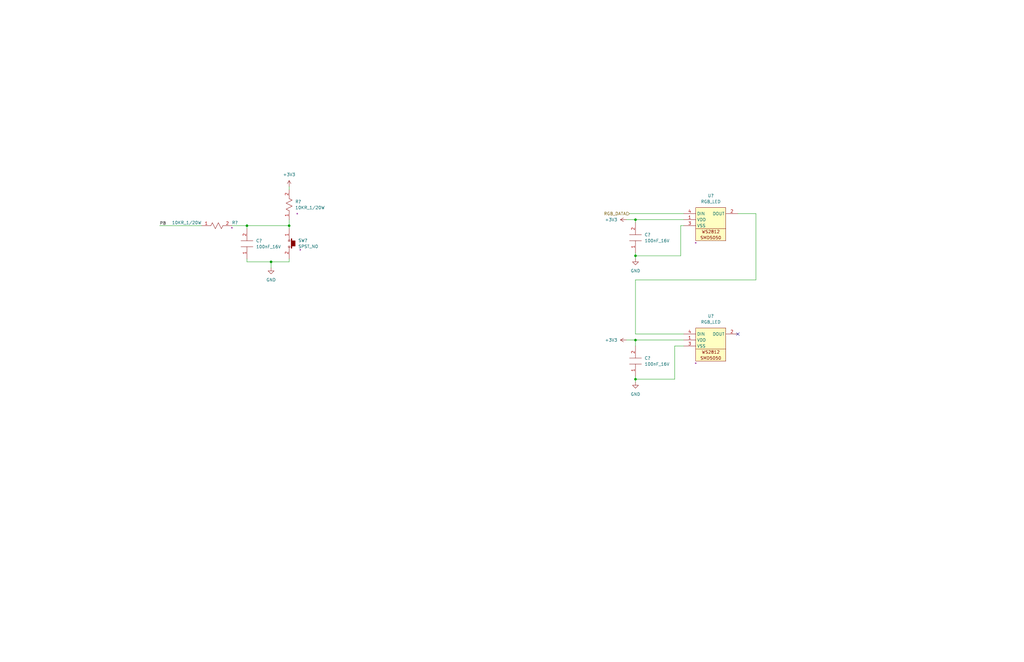
<source format=kicad_sch>
(kicad_sch (version 20211123) (generator eeschema)
  (paper "B")
  (lib_symbols
    (symbol "SmartSwitch:100nF_16V"
      (property "Reference" "C" (at 16.51 1.27 0))
      (property "Value" "100nF_16V" (at -6.35 1.27 0))
      (symbol "100nF_16V_0_0"
        (polyline (pts (xy 5.08 2.54) (xy 5.08 -2.54)))
        (polyline (pts (xy 7.62 2.54) (xy 7.62 -2.54)))
      )
      (symbol "100nF_16V_1_1"
        (pin passive line (at 0 0 0) (length 5.08) (name "") (number "1"))
        (pin passive line (at 12.7 0 180) (length 5.08) (name "") (number "2"))
      )
    )
    (symbol "SmartSwitch:10KR_1{slash}20W"
      (property "Reference" "R" (at 0.762 5.842 0))
      (property "Value" "10KR_1{slash}20W" (at 5.588 4.064 0))
      (property "SCH CHECK" "*" (at 1.27 16.51 0))
      (symbol "10KR_1{slash}20W_0_1"
        (polyline (pts (xy 3.81 0) (xy 4.445 1.27) (xy 5.715 -1.27) (xy 6.985 1.27) (xy 8.255 -1.27) (xy 8.89 0)))
      )
      (symbol "10KR_1{slash}20W_1_1"
        (pin passive line (at 0 0 0) (length 3.81) (name "") (number "1"))
        (pin passive line (at 12.7 0 180) (length 3.81) (name "") (number "2"))
      )
    )
    (symbol "SmartSwitch:RGB_LED"
      (property "Reference" "U" (at 1.27 1.27 0))
      (property "Value" "RGB_LED" (at 3.81 3.81 0))
      (property "SCH CHECK" "*" (at 0.635 15.24 0))
      (symbol "RGB_LED_0_0"
        (text "SMD5050" (at 6.35 -12.7 0) (effects (font (size 1.27 1.27))))
        (text "WS2812" (at 6.35 -10.16 0) (effects (font (size 1.27 1.27))))
      )
      (symbol "RGB_LED_0_1"
        (polyline (pts (xy 0 -8.89) (xy 12.7 -8.89)))
        (rectangle (start 0 0) (end 12.7 -13.97) (fill (type background)))
      )
      (symbol "RGB_LED_1_1"
        (pin passive line (at -5.08 -5.08 0) (length 5.08) (name "VDD") (number "1"))
        (pin output line (at 17.78 -2.54 180) (length 5.08) (name "DOUT") (number "2"))
        (pin passive line (at -5.08 -7.62 0) (length 5.08) (name "VSS") (number "3"))
        (pin input line (at -5.08 -2.54 0) (length 5.08) (name "DIN") (number "4"))
      )
    )
    (symbol "SmartSwitch:SPST_NO"
      (property "Reference" "SW" (at 1.905 8.255 0))
      (property "Value" "SPST_NO" (at 4.445 5.715 0))
      (property "SCH CHECK" "*" (at 0.635 17.78 0))
      (symbol "SPST_NO_0_1"
        (polyline (pts (xy 4.318 1.016) (xy 8.128 1.016)) (stroke (width 0.508)))
        (circle (center 5.08 0) (radius 0.3586))
        (rectangle (start 5.08 2.54) (end 7.366 1.27) (fill (type outline)))
        (circle (center 7.62 0) (radius 0.3586))
      )
      (symbol "SPST_NO_1_1"
        (pin passive line (at 0 0 0) (length 5.08) (name "") (number "1"))
        (pin passive line (at 12.7 0 180) (length 5.08) (name "") (number "2"))
      )
    )
    (symbol "power:+3V3" (power) (pin_names (offset 0))
      (property "Value" "+3V3" (at 0 3.556 0))
      (symbol "+3V3_0_1"
        (polyline (pts (xy -0.762 1.27) (xy 0 2.54)))
        (polyline (pts (xy 0 0) (xy 0 2.54)))
        (polyline (pts (xy 0 2.54) (xy 0.762 1.27)))
      )
      (symbol "+3V3_1_1"
        (pin power_in line (at 0 0 90) (length 0) hide (name "+3V3") (number "1"))
      )
    )
    (symbol "power:GND" (power) (pin_names (offset 0))
      (property "Value" "GND" (at 0 -3.81 0))
      (symbol "GND_0_1"
        (polyline (pts (xy 0 0) (xy 0 -1.27) (xy 1.27 -1.27) (xy 0 -2.54) (xy -1.27 -1.27) (xy 0 -1.27)))
      )
      (symbol "GND_1_1"
        (pin power_in line (at 0 0 270) (length 0) hide (name "GND") (number "1"))
      )
    )
  )
  (junction (at 267.97 107.95))
  (junction (at 114.3 110.49))
  (junction (at 267.97 143.51))
  (junction (at 267.97 160.02))
  (junction (at 267.97 92.71))
  (junction (at 104.14 95.25))
  (junction (at 121.92 95.25))
  (no_connect (at 311.15 140.97))
  (wire (pts (xy 284.48 160.02) (xy 267.97 160.02)))
  (wire (pts (xy 318.77 118.11) (xy 267.97 118.11)))
  (wire (pts (xy 121.92 78.74) (xy 121.92 80.01)))
  (wire (pts (xy 121.92 95.25) (xy 121.92 96.52)))
  (wire (pts (xy 287.02 107.95) (xy 267.97 107.95)))
  (wire (pts (xy 318.77 90.17) (xy 318.77 118.11)))
  (wire (pts (xy 267.97 107.95) (xy 267.97 106.68)))
  (wire (pts (xy 288.29 146.05) (xy 284.48 146.05)))
  (wire (pts (xy 121.92 92.71) (xy 121.92 95.25)))
  (wire (pts (xy 267.97 160.02) (xy 267.97 158.75)))
  (wire (pts (xy 104.14 95.25) (xy 121.92 95.25)))
  (wire (pts (xy 267.97 140.97) (xy 288.29 140.97)))
  (wire (pts (xy 97.79 95.25) (xy 104.14 95.25)))
  (wire (pts (xy 288.29 92.71) (xy 267.97 92.71)))
  (wire (pts (xy 264.16 143.51) (xy 267.97 143.51)))
  (wire (pts (xy 265.43 90.17) (xy 288.29 90.17)))
  (wire (pts (xy 264.16 92.71) (xy 267.97 92.71)))
  (wire (pts (xy 284.48 146.05) (xy 284.48 160.02)))
  (wire (pts (xy 114.3 110.49) (xy 114.3 113.03)))
  (wire (pts (xy 267.97 146.05) (xy 267.97 143.51)))
  (wire (pts (xy 104.14 109.22) (xy 104.14 110.49)))
  (wire (pts (xy 267.97 107.95) (xy 267.97 109.22)))
  (wire (pts (xy 104.14 95.25) (xy 104.14 96.52)))
  (wire (pts (xy 287.02 95.25) (xy 287.02 107.95)))
  (wire (pts (xy 311.15 90.17) (xy 318.77 90.17)))
  (wire (pts (xy 288.29 95.25) (xy 287.02 95.25)))
  (wire (pts (xy 67.31 95.25) (xy 85.09 95.25)))
  (wire (pts (xy 267.97 160.02) (xy 267.97 161.29)))
  (wire (pts (xy 267.97 92.71) (xy 267.97 93.98)))
  (wire (pts (xy 267.97 118.11) (xy 267.97 140.97)))
  (wire (pts (xy 114.3 110.49) (xy 121.92 110.49)))
  (wire (pts (xy 121.92 110.49) (xy 121.92 109.22)))
  (wire (pts (xy 104.14 110.49) (xy 114.3 110.49)))
  (wire (pts (xy 267.97 143.51) (xy 288.29 143.51)))
  (label "PB" (at 67.31 95.25 0))
  (hierarchical_label "RGB_DATA" (shape input) (at 265.43 90.17 180))
  (symbol (lib_id "SmartSwitch:100nF_16V") (at 104.14 109.22 90) (unit 1)
    (property "Reference" "C?" (at 107.95 101.5999 90) (effects (justify right)))
    (property "Value" "100nF_16V" (at 107.95 104.1399 90) (effects (justify right)))
    (property "Footprint" "Capacitor_SMD:C_0402_1005Metric" (effects hide))
    (property "Datasheet" "https://connect.kemet.com:7667/gateway/IntelliData-ComponentDocumentation/1.0/download/datasheet/C0402C104K4RAC7411" (effects hide))
    (property "Description" "CAP CER 0.1UF 16V X7R 0402" (effects hide))
  )
  (symbol (lib_id "power:+3V3") (at 264.16 92.71 90) (unit 1)
    (property "Reference" "#PWR?" (effects hide))
    (property "Value" "+3V3" (at 260.35 92.7099 90) (effects (justify left)))
  )
  (symbol (lib_id "SmartSwitch:100nF_16V") (at 267.97 106.68 90) (unit 1)
    (property "Reference" "C?" (at 271.78 99.0599 90) (effects (justify right)))
    (property "Value" "100nF_16V" (at 271.78 101.5999 90) (effects (justify right)))
    (property "Footprint" "Capacitor_SMD:C_0402_1005Metric" (effects hide))
    (property "Datasheet" "https://connect.kemet.com:7667/gateway/IntelliData-ComponentDocumentation/1.0/download/datasheet/C0402C104K4RAC7411" (effects hide))
    (property "Description" "CAP CER 0.1UF 16V X7R 0402" (effects hide))
  )
  (symbol (lib_id "power:GND") (at 114.3 113.03 0) (unit 1)
    (property "Reference" "#PWR?" (effects hide))
    (property "Value" "GND" (at 114.3 118.11 0))
  )
  (symbol (lib_id "power:GND") (at 267.97 109.22 0) (unit 1)
    (property "Reference" "#PWR?" (effects hide))
    (property "Value" "GND" (at 267.97 114.3 0))
  )
  (symbol (lib_id "SmartSwitch:RGB_LED") (at 293.37 138.43 0) (unit 1)
    (property "Reference" "U?" (at 299.72 133.35 0))
    (property "Value" "RGB_LED" (at 299.72 135.89 0))
    (property "Footprint" "LED_SMD:LED_WS2812B_PLCC4_5.0x5.0mm_P3.2mm" (effects hide))
    (property "Datasheet" "http://cdn.sparkfun.com/datasheets/BreakoutBoards/WS2812B.pdf" (effects hide))
    (property "Description" "ADDRESS LED RED/GRN/BLUE" (effects hide))
    (property "SCH CHECK" "*" (at 293.37 153.67 0))
  )
  (symbol (lib_id "SmartSwitch:100nF_16V") (at 267.97 158.75 90) (unit 1)
    (property "Reference" "C?" (at 271.78 151.1299 90) (effects (justify right)))
    (property "Value" "100nF_16V" (at 271.78 153.6699 90) (effects (justify right)))
    (property "Footprint" "Capacitor_SMD:C_0402_1005Metric" (effects hide))
    (property "Datasheet" "https://connect.kemet.com:7667/gateway/IntelliData-ComponentDocumentation/1.0/download/datasheet/C0402C104K4RAC7411" (effects hide))
    (property "Description" "CAP CER 0.1UF 16V X7R 0402" (effects hide))
  )
  (symbol (lib_id "SmartSwitch:RGB_LED") (at 293.37 87.63 0) (unit 1)
    (property "Reference" "U?" (at 299.72 82.55 0))
    (property "Value" "RGB_LED" (at 299.72 85.09 0))
    (property "Footprint" "LED_SMD:LED_WS2812B_PLCC4_5.0x5.0mm_P3.2mm" (effects hide))
    (property "Datasheet" "http://cdn.sparkfun.com/datasheets/BreakoutBoards/WS2812B.pdf" (effects hide))
    (property "Description" "ADDRESS LED RED/GRN/BLUE" (effects hide))
    (property "SCH CHECK" "*" (at 293.37 102.87 0))
  )
  (symbol (lib_id "power:+3V3") (at 121.92 78.74 0) (unit 1)
    (property "Reference" "#PWR?" (effects hide))
    (property "Value" "+3V3" (at 121.92 73.66 0))
  )
  (symbol (lib_id "power:+3V3") (at 264.16 143.51 90) (unit 1)
    (property "Reference" "#PWR?" (effects hide))
    (property "Value" "+3V3" (at 260.35 143.5099 90) (effects (justify left)))
  )
  (symbol (lib_id "SmartSwitch:10KR_1{slash}20W") (at 121.92 92.71 90) (unit 1)
    (property "Reference" "R?" (at 124.46 85.0899 90) (effects (justify right)))
    (property "Value" "10KR_1/20W" (at 124.46 87.6299 90) (effects (justify right)))
    (property "Footprint" "Resistor_SMD:R_0201_0603Metric_Pad0.64x0.40mm_HandSolder" (effects hide))
    (property "Datasheet" "https://www.seielect.com/catalog/sei-rmcf_rmcp.pdf" (effects hide))
    (property "Description" "RES 10K OHM 1% 1/20W 0201" (effects hide))
    (property "SCH CHECK" "*" (at 125.73 90.17 0))
  )
  (symbol (lib_id "power:GND") (at 267.97 161.29 0) (unit 1)
    (property "Reference" "#PWR?" (effects hide))
    (property "Value" "GND" (at 267.97 166.37 0))
  )
  (symbol (lib_id "SmartSwitch:10KR_1{slash}20W") (at 85.09 95.25 0) (unit 1)
    (property "Reference" "R?" (at 99.06 93.98 0))
    (property "Value" "10KR_1/20W" (at 78.74 93.98 0))
    (property "Footprint" "Resistor_SMD:R_0201_0603Metric_Pad0.64x0.40mm_HandSolder" (effects hide))
    (property "Datasheet" "https://www.seielect.com/catalog/sei-rmcf_rmcp.pdf" (effects hide))
    (property "Description" "RES 10K OHM 1% 1/20W 0201" (effects hide))
    (property "SCH CHECK" "*" (at 97.79 96.52 0))
  )
  (symbol (lib_id "SmartSwitch:SPST_NO") (at 121.92 96.52 270) (unit 1)
    (property "Reference" "SW?" (at 125.73 101.4729 90) (effects (justify left)))
    (property "Value" "SPST_NO" (at 125.73 104.0129 90) (effects (justify left)))
    (property "Datasheet" "https://media.digikey.com/pdf/Data%20Sheets/Mitsumi%20Elect/SOU-244HST_7799_ENG_%2317.pdf" (effects hide))
    (property "Description" "SWITCH TACTILE, SPST-NO, 0.05A 1" (effects hide))
    (property "SCH CHECK" "*" (at 127 105.41 0))
  )
)
</source>
